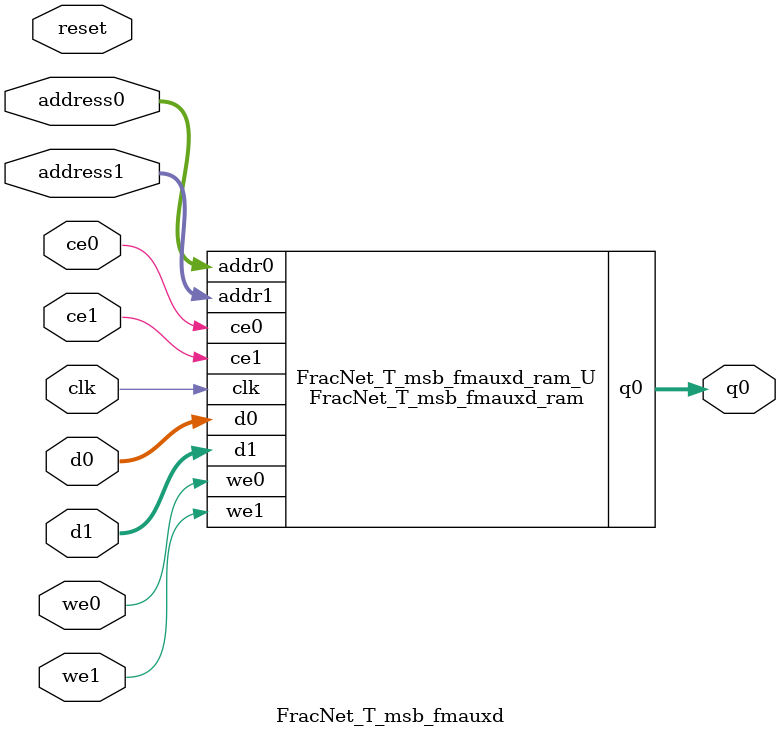
<source format=v>
`timescale 1 ns / 1 ps
module FracNet_T_msb_fmauxd_ram (addr0, ce0, d0, we0, q0, addr1, ce1, d1, we1,  clk);

parameter DWIDTH = 64;
parameter AWIDTH = 11;
parameter MEM_SIZE = 1089;

input[AWIDTH-1:0] addr0;
input ce0;
input[DWIDTH-1:0] d0;
input we0;
output reg[DWIDTH-1:0] q0;
input[AWIDTH-1:0] addr1;
input ce1;
input[DWIDTH-1:0] d1;
input we1;
input clk;

(* ram_style = "block" *)reg [DWIDTH-1:0] ram[0:MEM_SIZE-1];




always @(posedge clk)  
begin 
    if (ce0) begin
        if (we0) 
            ram[addr0] <= d0; 
        q0 <= ram[addr0];
    end
end


always @(posedge clk)  
begin 
    if (ce1) begin
        if (we1) 
            ram[addr1] <= d1; 
    end
end


endmodule

`timescale 1 ns / 1 ps
module FracNet_T_msb_fmauxd(
    reset,
    clk,
    address0,
    ce0,
    we0,
    d0,
    q0,
    address1,
    ce1,
    we1,
    d1);

parameter DataWidth = 32'd64;
parameter AddressRange = 32'd1089;
parameter AddressWidth = 32'd11;
input reset;
input clk;
input[AddressWidth - 1:0] address0;
input ce0;
input we0;
input[DataWidth - 1:0] d0;
output[DataWidth - 1:0] q0;
input[AddressWidth - 1:0] address1;
input ce1;
input we1;
input[DataWidth - 1:0] d1;



FracNet_T_msb_fmauxd_ram FracNet_T_msb_fmauxd_ram_U(
    .clk( clk ),
    .addr0( address0 ),
    .ce0( ce0 ),
    .we0( we0 ),
    .d0( d0 ),
    .q0( q0 ),
    .addr1( address1 ),
    .ce1( ce1 ),
    .we1( we1 ),
    .d1( d1 ));

endmodule


</source>
